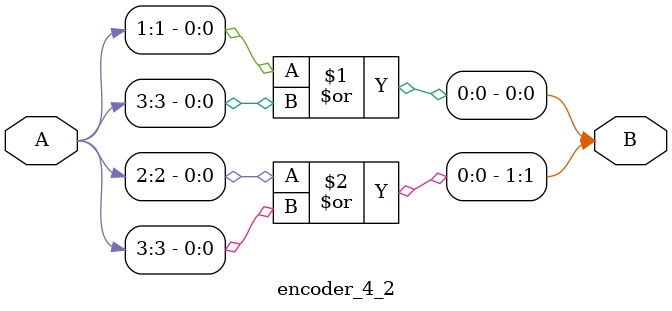
<source format=v>
module encoder_4_2(A, B);

	input [3:0] A;
	output [1:0] B ;
	
	assign B[0] = A[1] | A[3];
	assign B[1] = A[2] | A[3];
	
endmodule
</source>
